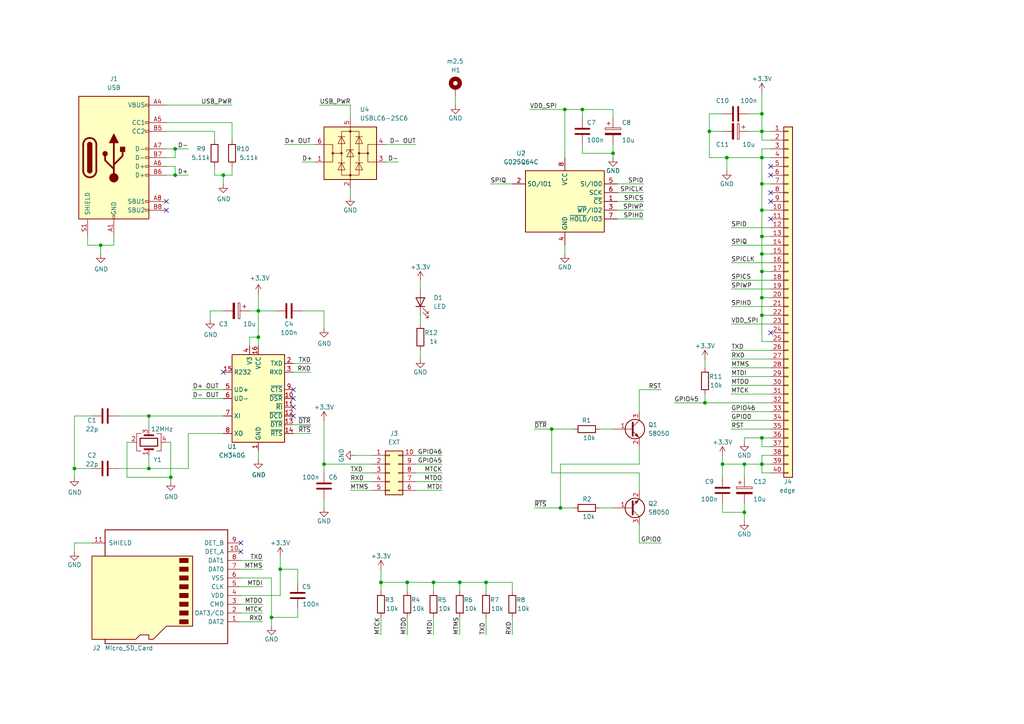
<source format=kicad_sch>
(kicad_sch (version 20211123) (generator eeschema)
  (paper "A4")
  (lib_symbols
    (symbol "Connector:Micro_SD_Card_Det" (pin_names (offset 1.016))
      (property "Reference" "J" (at -16.51 17.78 0))
      (property "Value" "Micro_SD_Card_Det" (at 16.51 17.78 0))
      (symbol "Micro_SD_Card_Det_1_1"
        (pin bidirectional line (at -22.86 10.16 0) (length 3.81) (name "DAT2") (number "1"))
        (pin passive line (at -22.86 -10.16 0) (length 3.81) (name "DET_A") (number "10"))
        (pin passive line (at 20.32 -12.7 180) (length 3.81) (name "SHIELD") (number "11"))
        (pin bidirectional line (at -22.86 7.62 0) (length 3.81) (name "DAT3/CD") (number "2"))
        (pin input line (at -22.86 5.08 0) (length 3.81) (name "CMD") (number "3"))
        (pin power_in line (at -22.86 2.54 0) (length 3.81) (name "VDD") (number "4"))
        (pin input line (at -22.86 0 0) (length 3.81) (name "CLK") (number "5"))
        (pin power_in line (at -22.86 -2.54 0) (length 3.81) (name "VSS") (number "6"))
        (pin bidirectional line (at -22.86 -5.08 0) (length 3.81) (name "DAT0") (number "7"))
        (pin bidirectional line (at -22.86 -7.62 0) (length 3.81) (name "DAT1") (number "8"))
        (pin passive line (at -22.86 -12.7 0) (length 3.81) (name "DET_B") (number "9"))
      )
    )
    (symbol "Connector:USB_C_Receptacle_USB2.0" (pin_names (offset 1.016))
      (property "Reference" "J" (at -10.16 19.05 0))
      (property "Value" "USB_C_Receptacle_USB2.0" (at 19.05 19.05 0))
      (symbol "USB_C_Receptacle_USB2.0_1_1"
        (pin passive line (at 0 -22.86 90) (length 5.08) (name "GND") (number "A1"))
        (pin passive line (at 0 -22.86 90) (length 5.08) hide (name "GND") (number "A12"))
        (pin passive line (at 15.24 15.24 180) (length 5.08) (name "VBUS") (number "A4"))
        (pin bidirectional line (at 15.24 10.16 180) (length 5.08) (name "CC1") (number "A5"))
        (pin bidirectional line (at 15.24 -2.54 180) (length 5.08) (name "D+") (number "A6"))
        (pin bidirectional line (at 15.24 2.54 180) (length 5.08) (name "D-") (number "A7"))
        (pin bidirectional line (at 15.24 -12.7 180) (length 5.08) (name "SBU1") (number "A8"))
        (pin passive line (at 15.24 15.24 180) (length 5.08) hide (name "VBUS") (number "A9"))
        (pin passive line (at 0 -22.86 90) (length 5.08) hide (name "GND") (number "B1"))
        (pin passive line (at 0 -22.86 90) (length 5.08) hide (name "GND") (number "B12"))
        (pin passive line (at 15.24 15.24 180) (length 5.08) hide (name "VBUS") (number "B4"))
        (pin bidirectional line (at 15.24 7.62 180) (length 5.08) (name "CC2") (number "B5"))
        (pin bidirectional line (at 15.24 -5.08 180) (length 5.08) (name "D+") (number "B6"))
        (pin bidirectional line (at 15.24 0 180) (length 5.08) (name "D-") (number "B7"))
        (pin bidirectional line (at 15.24 -15.24 180) (length 5.08) (name "SBU2") (number "B8"))
        (pin passive line (at 15.24 15.24 180) (length 5.08) hide (name "VBUS") (number "B9"))
        (pin passive line (at -7.62 -22.86 90) (length 5.08) (name "SHIELD") (number "S1"))
      )
    )
    (symbol "Connector_Generic:Conn_01x40" (pin_names (offset 1.016) hide)
      (property "Reference" "J" (at 0 50.8 0))
      (property "Value" "Conn_01x40" (at 0 -53.34 0))
      (symbol "Conn_01x40_1_1"
        (pin passive line (at -5.08 48.26 0) (length 3.81) (name "Pin_1") (number "1"))
        (pin passive line (at -5.08 25.4 0) (length 3.81) (name "Pin_10") (number "10"))
        (pin passive line (at -5.08 22.86 0) (length 3.81) (name "Pin_11") (number "11"))
        (pin passive line (at -5.08 20.32 0) (length 3.81) (name "Pin_12") (number "12"))
        (pin passive line (at -5.08 17.78 0) (length 3.81) (name "Pin_13") (number "13"))
        (pin passive line (at -5.08 15.24 0) (length 3.81) (name "Pin_14") (number "14"))
        (pin passive line (at -5.08 12.7 0) (length 3.81) (name "Pin_15") (number "15"))
        (pin passive line (at -5.08 10.16 0) (length 3.81) (name "Pin_16") (number "16"))
        (pin passive line (at -5.08 7.62 0) (length 3.81) (name "Pin_17") (number "17"))
        (pin passive line (at -5.08 5.08 0) (length 3.81) (name "Pin_18") (number "18"))
        (pin passive line (at -5.08 2.54 0) (length 3.81) (name "Pin_19") (number "19"))
        (pin passive line (at -5.08 45.72 0) (length 3.81) (name "Pin_2") (number "2"))
        (pin passive line (at -5.08 0 0) (length 3.81) (name "Pin_20") (number "20"))
        (pin passive line (at -5.08 -2.54 0) (length 3.81) (name "Pin_21") (number "21"))
        (pin passive line (at -5.08 -5.08 0) (length 3.81) (name "Pin_22") (number "22"))
        (pin passive line (at -5.08 -7.62 0) (length 3.81) (name "Pin_23") (number "23"))
        (pin passive line (at -5.08 -10.16 0) (length 3.81) (name "Pin_24") (number "24"))
        (pin passive line (at -5.08 -12.7 0) (length 3.81) (name "Pin_25") (number "25"))
        (pin passive line (at -5.08 -15.24 0) (length 3.81) (name "Pin_26") (number "26"))
        (pin passive line (at -5.08 -17.78 0) (length 3.81) (name "Pin_27") (number "27"))
        (pin passive line (at -5.08 -20.32 0) (length 3.81) (name "Pin_28") (number "28"))
        (pin passive line (at -5.08 -22.86 0) (length 3.81) (name "Pin_29") (number "29"))
        (pin passive line (at -5.08 43.18 0) (length 3.81) (name "Pin_3") (number "3"))
        (pin passive line (at -5.08 -25.4 0) (length 3.81) (name "Pin_30") (number "30"))
        (pin passive line (at -5.08 -27.94 0) (length 3.81) (name "Pin_31") (number "31"))
        (pin passive line (at -5.08 -30.48 0) (length 3.81) (name "Pin_32") (number "32"))
        (pin passive line (at -5.08 -33.02 0) (length 3.81) (name "Pin_33") (number "33"))
        (pin passive line (at -5.08 -35.56 0) (length 3.81) (name "Pin_34") (number "34"))
        (pin passive line (at -5.08 -38.1 0) (length 3.81) (name "Pin_35") (number "35"))
        (pin passive line (at -5.08 -40.64 0) (length 3.81) (name "Pin_36") (number "36"))
        (pin passive line (at -5.08 -43.18 0) (length 3.81) (name "Pin_37") (number "37"))
        (pin passive line (at -5.08 -45.72 0) (length 3.81) (name "Pin_38") (number "38"))
        (pin passive line (at -5.08 -48.26 0) (length 3.81) (name "Pin_39") (number "39"))
        (pin passive line (at -5.08 40.64 0) (length 3.81) (name "Pin_4") (number "4"))
        (pin passive line (at -5.08 -50.8 0) (length 3.81) (name "Pin_40") (number "40"))
        (pin passive line (at -5.08 38.1 0) (length 3.81) (name "Pin_5") (number "5"))
        (pin passive line (at -5.08 35.56 0) (length 3.81) (name "Pin_6") (number "6"))
        (pin passive line (at -5.08 33.02 0) (length 3.81) (name "Pin_7") (number "7"))
        (pin passive line (at -5.08 30.48 0) (length 3.81) (name "Pin_8") (number "8"))
        (pin passive line (at -5.08 27.94 0) (length 3.81) (name "Pin_9") (number "9"))
      )
    )
    (symbol "Connector_Generic:Conn_02x05_Counter_Clockwise" (pin_names (offset 1.016) hide)
      (property "Reference" "J" (at 1.27 7.62 0))
      (property "Value" "Conn_02x05_Counter_Clockwise" (at 1.27 -7.62 0))
      (symbol "Conn_02x05_Counter_Clockwise_1_1"
        (pin passive line (at -5.08 5.08 0) (length 3.81) (name "Pin_1") (number "1"))
        (pin passive line (at 7.62 5.08 180) (length 3.81) (name "Pin_10") (number "10"))
        (pin passive line (at -5.08 2.54 0) (length 3.81) (name "Pin_2") (number "2"))
        (pin passive line (at -5.08 0 0) (length 3.81) (name "Pin_3") (number "3"))
        (pin passive line (at -5.08 -2.54 0) (length 3.81) (name "Pin_4") (number "4"))
        (pin passive line (at -5.08 -5.08 0) (length 3.81) (name "Pin_5") (number "5"))
        (pin passive line (at 7.62 -5.08 180) (length 3.81) (name "Pin_6") (number "6"))
        (pin passive line (at 7.62 -2.54 180) (length 3.81) (name "Pin_7") (number "7"))
        (pin passive line (at 7.62 0 180) (length 3.81) (name "Pin_8") (number "8"))
        (pin passive line (at 7.62 2.54 180) (length 3.81) (name "Pin_9") (number "9"))
      )
    )
    (symbol "Device:C" (pin_numbers hide) (pin_names (offset 0.254))
      (property "Reference" "C" (at 0.635 2.54 0))
      (property "Value" "C" (at 0.635 -2.54 0))
      (symbol "C_1_1"
        (pin passive line (at 0 3.81 270) (length 2.794) (name "~") (number "1"))
        (pin passive line (at 0 -3.81 90) (length 2.794) (name "~") (number "2"))
      )
    )
    (symbol "Device:C_Polarized" (pin_numbers hide) (pin_names (offset 0.254))
      (property "Reference" "C" (at 0.635 2.54 0))
      (property "Value" "C_Polarized" (at 0.635 -2.54 0))
      (symbol "C_Polarized_1_1"
        (pin passive line (at 0 3.81 270) (length 2.794) (name "~") (number "1"))
        (pin passive line (at 0 -3.81 90) (length 2.794) (name "~") (number "2"))
      )
    )
    (symbol "Device:Crystal_GND24" (pin_names (offset 1.016) hide)
      (property "Reference" "Y" (at 3.175 5.08 0))
      (property "Value" "Crystal_GND24" (at 3.175 3.175 0))
      (symbol "Crystal_GND24_1_1"
        (pin passive line (at -3.81 0 0) (length 1.27) (name "1") (number "1"))
        (pin passive line (at 0 5.08 270) (length 1.27) (name "2") (number "2"))
        (pin passive line (at 3.81 0 180) (length 1.27) (name "3") (number "3"))
        (pin passive line (at 0 -5.08 90) (length 1.27) (name "4") (number "4"))
      )
    )
    (symbol "Device:LED" (pin_numbers hide) (pin_names (offset 1.016) hide)
      (property "Reference" "D" (at 0 2.54 0))
      (property "Value" "LED" (at 0 -2.54 0))
      (symbol "LED_1_1"
        (pin passive line (at -3.81 0 0) (length 2.54) (name "K") (number "1"))
        (pin passive line (at 3.81 0 180) (length 2.54) (name "A") (number "2"))
      )
    )
    (symbol "Device:Q_NPN_BEC" (pin_names (offset 0) hide)
      (property "Reference" "Q" (at 5.08 1.27 0))
      (property "Value" "Q_NPN_BEC" (at 5.08 -1.27 0))
      (symbol "Q_NPN_BEC_1_1"
        (pin input line (at -5.08 0 0) (length 5.715) (name "B") (number "1"))
        (pin passive line (at 2.54 -5.08 90) (length 2.54) (name "E") (number "2"))
        (pin passive line (at 2.54 5.08 270) (length 2.54) (name "C") (number "3"))
      )
    )
    (symbol "Device:R" (pin_numbers hide) (pin_names (offset 0))
      (property "Reference" "R" (at 2.032 0 90))
      (property "Value" "R" (at 0 0 90))
      (symbol "R_1_1"
        (pin passive line (at 0 3.81 270) (length 1.27) (name "~") (number "1"))
        (pin passive line (at 0 -3.81 90) (length 1.27) (name "~") (number "2"))
      )
    )
    (symbol "Interface_USB:CH340G"
      (property "Reference" "U" (at -5.08 13.97 0))
      (property "Value" "CH340G" (at 1.27 13.97 0))
      (symbol "CH340G_1_1"
        (pin power_in line (at 0 -15.24 90) (length 2.54) (name "GND") (number "1"))
        (pin input line (at 10.16 0 180) (length 2.54) (name "~{DSR}") (number "10"))
        (pin input line (at 10.16 -2.54 180) (length 2.54) (name "~{RI}") (number "11"))
        (pin input line (at 10.16 -5.08 180) (length 2.54) (name "~{DCD}") (number "12"))
        (pin output line (at 10.16 -7.62 180) (length 2.54) (name "~{DTR}") (number "13"))
        (pin output line (at 10.16 -10.16 180) (length 2.54) (name "~{RTS}") (number "14"))
        (pin input line (at -10.16 7.62 0) (length 2.54) (name "R232") (number "15"))
        (pin power_in line (at 0 15.24 270) (length 2.54) (name "VCC") (number "16"))
        (pin output line (at 10.16 10.16 180) (length 2.54) (name "TXD") (number "2"))
        (pin input line (at 10.16 7.62 180) (length 2.54) (name "RXD") (number "3"))
        (pin passive line (at -2.54 15.24 270) (length 2.54) (name "V3") (number "4"))
        (pin bidirectional line (at -10.16 2.54 0) (length 2.54) (name "UD+") (number "5"))
        (pin bidirectional line (at -10.16 0 0) (length 2.54) (name "UD-") (number "6"))
        (pin input line (at -10.16 -5.08 0) (length 2.54) (name "XI") (number "7"))
        (pin output line (at -10.16 -10.16 0) (length 2.54) (name "XO") (number "8"))
        (pin input line (at 10.16 2.54 180) (length 2.54) (name "~{CTS}") (number "9"))
      )
    )
    (symbol "Mechanical:MountingHole_Pad" (pin_numbers hide) (pin_names (offset 1.016) hide)
      (property "Reference" "H" (at 0 6.35 0))
      (property "Value" "MountingHole_Pad" (at 0 4.445 0))
      (symbol "MountingHole_Pad_1_1"
        (pin input line (at 0 -2.54 90) (length 2.54) (name "1") (number "1"))
      )
    )
    (symbol "Memory_Flash:AT25SF081-SSHF-X"
      (property "Reference" "U" (at 2.54 12.7 0))
      (property "Value" "AT25SF081-SSHF-X" (at 10.16 10.16 0))
      (symbol "AT25SF081-SSHF-X_1_1"
        (pin input line (at -15.24 0 0) (length 3.81) (name "~{CS}") (number "1"))
        (pin bidirectional line (at 15.24 5.08 180) (length 3.81) (name "SO/IO1") (number "2"))
        (pin bidirectional line (at -15.24 -2.54 0) (length 3.81) (name "~{WP}/IO2") (number "3"))
        (pin power_in line (at 0 -12.7 90) (length 3.81) (name "GND") (number "4"))
        (pin bidirectional line (at -15.24 5.08 0) (length 3.81) (name "SI/IO0") (number "5"))
        (pin input line (at -15.24 2.54 0) (length 3.81) (name "SCK") (number "6"))
        (pin bidirectional line (at -15.24 -5.08 0) (length 3.81) (name "~{HOLD}/IO3") (number "7"))
        (pin power_in line (at 0 12.7 270) (length 3.81) (name "VCC") (number "8"))
      )
    )
    (symbol "Power_Protection:USBLC6-2SC6" (pin_names hide)
      (property "Reference" "U" (at 2.54 8.89 0))
      (property "Value" "USBLC6-2SC6" (at 2.54 -8.89 0))
      (symbol "USBLC6-2SC6_1_1"
        (pin passive line (at -10.16 -2.54 0) (length 2.54) (name "I/O1") (number "1"))
        (pin passive line (at 0 -10.16 90) (length 2.54) (name "GND") (number "2"))
        (pin passive line (at 10.16 -2.54 180) (length 2.54) (name "I/O2") (number "3"))
        (pin passive line (at 10.16 2.54 180) (length 2.54) (name "I/O2") (number "4"))
        (pin passive line (at 0 10.16 270) (length 2.54) (name "VBUS") (number "5"))
        (pin passive line (at -10.16 2.54 0) (length 2.54) (name "I/O1") (number "6"))
      )
    )
    (symbol "power:+3.3V" (power) (pin_names (offset 0))
      (property "Value" "+3.3V" (at 0 3.556 0))
      (symbol "+3.3V_1_1"
        (pin power_in line (at 0 0 90) (length 0) hide (name "+3.3V") (number "1"))
      )
    )
    (symbol "power:GND" (power) (pin_names (offset 0))
      (property "Value" "GND" (at 0 -3.81 0))
      (symbol "GND_1_1"
        (pin power_in line (at 0 0 270) (length 0) hide (name "GND") (number "1"))
      )
    )
  )
  (junction (at 50.8 43.18))
  (junction (at 50.8 50.8))
  (junction (at 140.97 168.91))
  (junction (at 74.93 97.79))
  (junction (at 163.83 31.75))
  (junction (at 220.98 38.1))
  (junction (at 49.53 138.43))
  (junction (at 43.18 135.89))
  (junction (at 220.98 53.34))
  (junction (at 205.74 38.1))
  (junction (at 220.98 86.36))
  (junction (at 210.82 45.72))
  (junction (at 21.59 135.89))
  (junction (at 162.56 147.32))
  (junction (at 168.91 31.75))
  (junction (at 220.98 45.72))
  (junction (at 220.98 68.58))
  (junction (at 204.47 116.84))
  (junction (at 220.98 60.96))
  (junction (at 64.77 50.8))
  (junction (at 220.98 73.66))
  (junction (at 220.98 33.02))
  (junction (at 93.98 134.62))
  (junction (at 125.73 168.91))
  (junction (at 74.93 90.17))
  (junction (at 220.98 78.74))
  (junction (at 160.02 124.46))
  (junction (at 215.9 134.62))
  (junction (at 110.49 168.91))
  (junction (at 220.98 134.62))
  (junction (at 220.98 127))
  (junction (at 215.9 148.59))
  (junction (at 118.11 168.91))
  (junction (at 78.74 179.07))
  (junction (at 177.8 44.45))
  (junction (at 220.98 91.44))
  (junction (at 209.55 134.62))
  (junction (at 81.28 165.1))
  (junction (at 133.35 168.91))
  (junction (at 29.21 71.12))
  (junction (at 43.18 120.65))
  (no_connect (at 48.26 58.42))
  (no_connect (at 48.26 60.96))
  (no_connect (at 223.52 96.52))
  (no_connect (at 223.52 58.42))
  (no_connect (at 223.52 55.88))
  (no_connect (at 85.09 120.65))
  (no_connect (at 85.09 118.11))
  (no_connect (at 85.09 115.57))
  (no_connect (at 223.52 48.26))
  (no_connect (at 223.52 50.8))
  (no_connect (at 64.77 107.95))
  (no_connect (at 69.85 160.02))
  (no_connect (at 69.85 157.48))
  (no_connect (at 223.52 63.5))
  (no_connect (at 85.09 113.03))
  (wire (pts (xy 74.93 130.81) (xy 74.93 133.35)))
  (wire (pts (xy 21.59 120.65) (xy 21.59 135.89)))
  (wire (pts (xy 185.42 152.4) (xy 185.42 157.48)))
  (wire (pts (xy 209.55 138.43) (xy 209.55 134.62)))
  (wire (pts (xy 215.9 127) (xy 215.9 128.27)))
  (wire (pts (xy 220.98 60.96) (xy 220.98 68.58)))
  (wire (pts (xy 125.73 168.91) (xy 125.73 171.45)))
  (wire (pts (xy 185.42 119.38) (xy 185.42 113.03)))
  (wire (pts (xy 220.98 129.54) (xy 223.52 129.54)))
  (wire (pts (xy 204.47 114.3) (xy 204.47 116.84)))
  (wire (pts (xy 215.9 127) (xy 220.98 127)))
  (wire (pts (xy 29.21 71.12) (xy 29.21 73.66)))
  (wire (pts (xy 25.4 71.12) (xy 29.21 71.12)))
  (wire (pts (xy 223.52 40.64) (xy 220.98 40.64)))
  (wire (pts (xy 133.35 168.91) (xy 133.35 171.45)))
  (wire (pts (xy 185.42 137.16) (xy 185.42 142.24)))
  (wire (pts (xy 140.97 168.91) (xy 148.59 168.91)))
  (wire (pts (xy 69.85 172.72) (xy 81.28 172.72)))
  (wire (pts (xy 223.52 132.08) (xy 220.98 132.08)))
  (wire (pts (xy 67.31 40.64) (xy 67.31 35.56)))
  (wire (pts (xy 173.99 124.46) (xy 177.8 124.46)))
  (wire (pts (xy 220.98 40.64) (xy 220.98 38.1)))
  (wire (pts (xy 195.58 116.84) (xy 204.47 116.84)))
  (wire (pts (xy 220.98 38.1) (xy 220.98 33.02)))
  (wire (pts (xy 55.88 115.57) (xy 64.77 115.57)))
  (wire (pts (xy 93.98 134.62) (xy 93.98 121.92)))
  (wire (pts (xy 93.98 134.62) (xy 107.95 134.62)))
  (wire (pts (xy 69.85 177.8) (xy 76.2 177.8)))
  (wire (pts (xy 48.26 128.27) (xy 49.53 128.27)))
  (wire (pts (xy 121.92 91.44) (xy 121.92 93.98)))
  (wire (pts (xy 220.98 43.18) (xy 220.98 45.72)))
  (wire (pts (xy 205.74 38.1) (xy 205.74 45.72)))
  (wire (pts (xy 90.17 107.95) (xy 85.09 107.95)))
  (wire (pts (xy 212.09 121.92) (xy 223.52 121.92)))
  (wire (pts (xy 87.63 46.99) (xy 91.44 46.99)))
  (wire (pts (xy 179.07 55.88) (xy 186.69 55.88)))
  (wire (pts (xy 86.36 168.91) (xy 86.36 165.1)))
  (wire (pts (xy 220.98 45.72) (xy 223.52 45.72)))
  (wire (pts (xy 191.77 157.48) (xy 185.42 157.48)))
  (wire (pts (xy 223.52 43.18) (xy 220.98 43.18)))
  (wire (pts (xy 81.28 165.1) (xy 81.28 172.72)))
  (wire (pts (xy 215.9 146.05) (xy 215.9 148.59)))
  (wire (pts (xy 179.07 60.96) (xy 186.69 60.96)))
  (wire (pts (xy 64.77 50.8) (xy 67.31 50.8)))
  (wire (pts (xy 93.98 95.25) (xy 93.98 90.17)))
  (wire (pts (xy 177.8 31.75) (xy 177.8 34.29)))
  (wire (pts (xy 209.55 148.59) (xy 209.55 146.05)))
  (wire (pts (xy 223.52 99.06) (xy 220.98 99.06)))
  (wire (pts (xy 179.07 53.34) (xy 186.69 53.34)))
  (wire (pts (xy 132.08 27.94) (xy 132.08 30.48)))
  (wire (pts (xy 163.83 71.12) (xy 163.83 73.66)))
  (wire (pts (xy 212.09 114.3) (xy 223.52 114.3)))
  (wire (pts (xy 209.55 132.08) (xy 209.55 134.62)))
  (wire (pts (xy 69.85 170.18) (xy 76.2 170.18)))
  (wire (pts (xy 209.55 33.02) (xy 205.74 33.02)))
  (wire (pts (xy 185.42 113.03) (xy 191.77 113.03)))
  (wire (pts (xy 101.6 139.7) (xy 107.95 139.7)))
  (wire (pts (xy 125.73 179.07) (xy 125.73 184.15)))
  (wire (pts (xy 26.67 120.65) (xy 21.59 120.65)))
  (wire (pts (xy 120.65 137.16) (xy 128.27 137.16)))
  (wire (pts (xy 223.52 60.96) (xy 220.98 60.96)))
  (wire (pts (xy 72.39 100.33) (xy 72.39 97.79)))
  (wire (pts (xy 209.55 148.59) (xy 215.9 148.59)))
  (wire (pts (xy 160.02 124.46) (xy 160.02 137.16)))
  (wire (pts (xy 86.36 176.53) (xy 86.36 179.07)))
  (wire (pts (xy 72.39 90.17) (xy 74.93 90.17)))
  (wire (pts (xy 220.98 91.44) (xy 220.98 86.36)))
  (wire (pts (xy 142.24 53.34) (xy 148.59 53.34)))
  (wire (pts (xy 210.82 45.72) (xy 210.82 49.53)))
  (wire (pts (xy 212.09 93.98) (xy 223.52 93.98)))
  (wire (pts (xy 54.61 135.89) (xy 43.18 135.89)))
  (wire (pts (xy 212.09 106.68) (xy 223.52 106.68)))
  (wire (pts (xy 69.85 167.64) (xy 78.74 167.64)))
  (wire (pts (xy 25.4 68.58) (xy 25.4 71.12)))
  (wire (pts (xy 212.09 66.04) (xy 223.52 66.04)))
  (wire (pts (xy 62.23 50.8) (xy 64.77 50.8)))
  (wire (pts (xy 101.6 54.61) (xy 101.6 57.15)))
  (wire (pts (xy 220.98 78.74) (xy 220.98 73.66)))
  (wire (pts (xy 101.6 137.16) (xy 107.95 137.16)))
  (wire (pts (xy 220.98 127) (xy 223.52 127)))
  (wire (pts (xy 220.98 73.66) (xy 220.98 68.58)))
  (wire (pts (xy 86.36 165.1) (xy 81.28 165.1)))
  (wire (pts (xy 163.83 45.72) (xy 163.83 31.75)))
  (wire (pts (xy 133.35 168.91) (xy 140.97 168.91)))
  (wire (pts (xy 215.9 148.59) (xy 215.9 151.13)))
  (wire (pts (xy 162.56 147.32) (xy 166.37 147.32)))
  (wire (pts (xy 168.91 44.45) (xy 177.8 44.45)))
  (wire (pts (xy 205.74 45.72) (xy 210.82 45.72)))
  (wire (pts (xy 185.42 129.54) (xy 185.42 134.62)))
  (wire (pts (xy 140.97 168.91) (xy 140.97 171.45)))
  (wire (pts (xy 48.26 43.18) (xy 50.8 43.18)))
  (wire (pts (xy 204.47 116.84) (xy 223.52 116.84)))
  (wire (pts (xy 212.09 76.2) (xy 223.52 76.2)))
  (wire (pts (xy 168.91 31.75) (xy 177.8 31.75)))
  (wire (pts (xy 217.17 38.1) (xy 220.98 38.1)))
  (wire (pts (xy 87.63 90.17) (xy 93.98 90.17)))
  (wire (pts (xy 220.98 45.72) (xy 220.98 53.34)))
  (wire (pts (xy 168.91 41.91) (xy 168.91 44.45)))
  (wire (pts (xy 36.83 138.43) (xy 49.53 138.43)))
  (wire (pts (xy 48.26 50.8) (xy 50.8 50.8)))
  (wire (pts (xy 179.07 58.42) (xy 186.69 58.42)))
  (wire (pts (xy 93.98 144.78) (xy 93.98 147.32)))
  (wire (pts (xy 111.76 41.91) (xy 120.65 41.91)))
  (wire (pts (xy 69.85 180.34) (xy 76.2 180.34)))
  (wire (pts (xy 212.09 109.22) (xy 223.52 109.22)))
  (wire (pts (xy 50.8 43.18) (xy 54.61 43.18)))
  (wire (pts (xy 36.83 128.27) (xy 36.83 138.43)))
  (wire (pts (xy 110.49 165.1) (xy 110.49 168.91)))
  (wire (pts (xy 173.99 147.32) (xy 177.8 147.32)))
  (wire (pts (xy 128.27 132.08) (xy 120.65 132.08)))
  (wire (pts (xy 55.88 113.03) (xy 64.77 113.03)))
  (wire (pts (xy 64.77 90.17) (xy 60.96 90.17)))
  (wire (pts (xy 205.74 33.02) (xy 205.74 38.1)))
  (wire (pts (xy 34.29 120.65) (xy 43.18 120.65)))
  (wire (pts (xy 220.98 33.02) (xy 220.98 26.67)))
  (wire (pts (xy 223.52 111.76) (xy 212.09 111.76)))
  (wire (pts (xy 217.17 33.02) (xy 220.98 33.02)))
  (wire (pts (xy 50.8 45.72) (xy 50.8 43.18)))
  (wire (pts (xy 34.29 135.89) (xy 43.18 135.89)))
  (wire (pts (xy 220.98 129.54) (xy 220.98 127)))
  (wire (pts (xy 120.65 142.24) (xy 128.27 142.24)))
  (wire (pts (xy 110.49 171.45) (xy 110.49 168.91)))
  (wire (pts (xy 69.85 162.56) (xy 76.2 162.56)))
  (wire (pts (xy 212.09 81.28) (xy 223.52 81.28)))
  (wire (pts (xy 177.8 44.45) (xy 177.8 45.72)))
  (wire (pts (xy 21.59 157.48) (xy 26.67 157.48)))
  (wire (pts (xy 209.55 38.1) (xy 205.74 38.1)))
  (wire (pts (xy 72.39 97.79) (xy 74.93 97.79)))
  (wire (pts (xy 121.92 101.6) (xy 121.92 104.14)))
  (wire (pts (xy 220.98 91.44) (xy 220.98 99.06)))
  (wire (pts (xy 85.09 123.19) (xy 90.17 123.19)))
  (wire (pts (xy 212.09 88.9) (xy 223.52 88.9)))
  (wire (pts (xy 154.94 124.46) (xy 160.02 124.46)))
  (wire (pts (xy 220.98 60.96) (xy 220.98 53.34)))
  (wire (pts (xy 50.8 50.8) (xy 50.8 48.26)))
  (wire (pts (xy 177.8 44.45) (xy 177.8 41.91)))
  (wire (pts (xy 223.52 53.34) (xy 220.98 53.34)))
  (wire (pts (xy 48.26 48.26) (xy 50.8 48.26)))
  (wire (pts (xy 78.74 167.64) (xy 78.74 179.07)))
  (wire (pts (xy 67.31 50.8) (xy 67.31 48.26)))
  (wire (pts (xy 215.9 134.62) (xy 215.9 138.43)))
  (wire (pts (xy 212.09 71.12) (xy 223.52 71.12)))
  (wire (pts (xy 204.47 104.14) (xy 204.47 106.68)))
  (wire (pts (xy 80.01 90.17) (xy 74.93 90.17)))
  (wire (pts (xy 220.98 68.58) (xy 223.52 68.58)))
  (wire (pts (xy 223.52 78.74) (xy 220.98 78.74)))
  (wire (pts (xy 168.91 31.75) (xy 168.91 34.29)))
  (wire (pts (xy 43.18 132.08) (xy 43.18 135.89)))
  (wire (pts (xy 92.71 30.48) (xy 101.6 30.48)))
  (wire (pts (xy 60.96 90.17) (xy 60.96 92.71)))
  (wire (pts (xy 153.67 31.75) (xy 163.83 31.75)))
  (wire (pts (xy 212.09 119.38) (xy 223.52 119.38)))
  (wire (pts (xy 74.93 90.17) (xy 74.93 97.79)))
  (wire (pts (xy 210.82 45.72) (xy 220.98 45.72)))
  (wire (pts (xy 74.93 97.79) (xy 74.93 100.33)))
  (wire (pts (xy 179.07 63.5) (xy 186.69 63.5)))
  (wire (pts (xy 220.98 132.08) (xy 220.98 134.62)))
  (wire (pts (xy 110.49 179.07) (xy 110.49 184.15)))
  (wire (pts (xy 21.59 135.89) (xy 21.59 138.43)))
  (wire (pts (xy 162.56 134.62) (xy 162.56 147.32)))
  (wire (pts (xy 220.98 134.62) (xy 223.52 134.62)))
  (wire (pts (xy 48.26 30.48) (xy 67.31 30.48)))
  (wire (pts (xy 212.09 124.46) (xy 223.52 124.46)))
  (wire (pts (xy 74.93 85.09) (xy 74.93 90.17)))
  (wire (pts (xy 154.94 147.32) (xy 162.56 147.32)))
  (wire (pts (xy 93.98 134.62) (xy 93.98 137.16)))
  (wire (pts (xy 140.97 179.07) (xy 140.97 184.15)))
  (wire (pts (xy 223.52 86.36) (xy 220.98 86.36)))
  (wire (pts (xy 64.77 125.73) (xy 54.61 125.73)))
  (wire (pts (xy 43.18 120.65) (xy 64.77 120.65)))
  (wire (pts (xy 69.85 175.26) (xy 76.2 175.26)))
  (wire (pts (xy 223.52 73.66) (xy 220.98 73.66)))
  (wire (pts (xy 29.21 71.12) (xy 33.02 71.12)))
  (wire (pts (xy 38.1 128.27) (xy 36.83 128.27)))
  (wire (pts (xy 220.98 86.36) (xy 220.98 78.74)))
  (wire (pts (xy 78.74 179.07) (xy 78.74 181.61)))
  (wire (pts (xy 21.59 160.02) (xy 21.59 157.48)))
  (wire (pts (xy 209.55 134.62) (xy 215.9 134.62)))
  (wire (pts (xy 118.11 168.91) (xy 125.73 168.91)))
  (wire (pts (xy 166.37 124.46) (xy 160.02 124.46)))
  (wire (pts (xy 85.09 105.41) (xy 90.17 105.41)))
  (wire (pts (xy 102.87 132.08) (xy 107.95 132.08)))
  (wire (pts (xy 111.76 46.99) (xy 115.57 46.99)))
  (wire (pts (xy 121.92 81.28) (xy 121.92 83.82)))
  (wire (pts (xy 50.8 50.8) (xy 54.61 50.8)))
  (wire (pts (xy 85.09 125.73) (xy 90.17 125.73)))
  (wire (pts (xy 26.67 135.89) (xy 21.59 135.89)))
  (wire (pts (xy 148.59 168.91) (xy 148.59 171.45)))
  (wire (pts (xy 33.02 71.12) (xy 33.02 68.58)))
  (wire (pts (xy 133.35 179.07) (xy 133.35 184.15)))
  (wire (pts (xy 101.6 142.24) (xy 107.95 142.24)))
  (wire (pts (xy 212.09 83.82) (xy 223.52 83.82)))
  (wire (pts (xy 215.9 134.62) (xy 220.98 134.62)))
  (wire (pts (xy 185.42 134.62) (xy 162.56 134.62)))
  (wire (pts (xy 67.31 35.56) (xy 48.26 35.56)))
  (wire (pts (xy 49.53 138.43) (xy 49.53 139.7)))
  (wire (pts (xy 120.65 134.62) (xy 128.27 134.62)))
  (wire (pts (xy 212.09 101.6) (xy 223.52 101.6)))
  (wire (pts (xy 125.73 168.91) (xy 133.35 168.91)))
  (wire (pts (xy 160.02 137.16) (xy 185.42 137.16)))
  (wire (pts (xy 69.85 165.1) (xy 76.2 165.1)))
  (wire (pts (xy 49.53 128.27) (xy 49.53 138.43)))
  (wire (pts (xy 54.61 125.73) (xy 54.61 135.89)))
  (wire (pts (xy 120.65 139.7) (xy 128.27 139.7)))
  (wire (pts (xy 118.11 168.91) (xy 118.11 171.45)))
  (wire (pts (xy 220.98 137.16) (xy 223.52 137.16)))
  (wire (pts (xy 43.18 124.46) (xy 43.18 120.65)))
  (wire (pts (xy 220.98 91.44) (xy 223.52 91.44)))
  (wire (pts (xy 220.98 134.62) (xy 220.98 137.16)))
  (wire (pts (xy 86.36 179.07) (xy 78.74 179.07)))
  (wire (pts (xy 64.77 50.8) (xy 64.77 53.34)))
  (wire (pts (xy 48.26 45.72) (xy 50.8 45.72)))
  (wire (pts (xy 163.83 31.75) (xy 168.91 31.75)))
  (wire (pts (xy 148.59 179.07) (xy 148.59 184.15)))
  (wire (pts (xy 82.55 41.91) (xy 91.44 41.91)))
  (wire (pts (xy 62.23 48.26) (xy 62.23 50.8)))
  (wire (pts (xy 110.49 168.91) (xy 118.11 168.91)))
  (wire (pts (xy 101.6 30.48) (xy 101.6 34.29)))
  (wire (pts (xy 48.26 38.1) (xy 62.23 38.1)))
  (wire (pts (xy 81.28 161.29) (xy 81.28 165.1)))
  (wire (pts (xy 118.11 179.07) (xy 118.11 184.15)))
  (wire (pts (xy 212.09 104.14) (xy 223.52 104.14)))
  (wire (pts (xy 223.52 38.1) (xy 220.98 38.1)))
  (wire (pts (xy 62.23 38.1) (xy 62.23 40.64)))
  (label "SPIQ" (at 142.24 53.34 0))
  (label "MTMS" (at 212.09 106.68 0))
  (label "GPIO46" (at 128.27 132.08 180))
  (label "~{RTS}" (at 90.17 125.73 180))
  (label "SPIHD" (at 186.69 63.5 180))
  (label "D-" (at 54.61 43.18 180))
  (label "MTCK" (at 212.09 114.3 0))
  (label "GPIO45" (at 128.27 134.62 180))
  (label "GPIO46" (at 212.09 119.38 0))
  (label "D+" (at 54.61 50.8 180))
  (label "MTDI" (at 128.27 142.24 180))
  (label "MTCK" (at 76.2 177.8 180))
  (label "SPIWP" (at 186.69 60.96 180))
  (label "RXD" (at 212.09 104.14 0))
  (label "RXD" (at 90.17 107.95 180))
  (label "GPIO0" (at 191.77 157.48 180))
  (label "USB_PWR" (at 67.31 30.48 180))
  (label "MTMS" (at 76.2 165.1 180))
  (label "~{DTR}" (at 90.17 123.19 180))
  (label "TXD" (at 76.2 162.56 180))
  (label "D+ OUT" (at 55.88 113.03 0))
  (label "D-" (at 115.57 46.99 180))
  (label "MTDO" (at 128.27 139.7 180))
  (label "TXD" (at 90.17 105.41 180))
  (label "MTDO" (at 76.2 175.26 180))
  (label "D- OUT" (at 120.65 41.91 180))
  (label "RST" (at 191.77 113.03 180))
  (label "SPICLK" (at 212.09 76.2 0))
  (label "MTDI" (at 212.09 109.22 0))
  (label "SPIWP" (at 212.09 83.82 0))
  (label "SPICS" (at 186.69 58.42 180))
  (label "MTMS" (at 101.6 142.24 0))
  (label "VDD_SPI" (at 212.09 93.98 0))
  (label "SPID" (at 212.09 66.04 0))
  (label "MTDO" (at 212.09 111.76 0))
  (label "~{RTS}" (at 154.94 147.32 0))
  (label "MTMS" (at 133.35 184.15 90))
  (label "D- OUT" (at 55.88 115.57 0))
  (label "SPID" (at 186.69 53.34 180))
  (label "RXD" (at 148.59 184.15 90))
  (label "SPIHD" (at 212.09 88.9 0))
  (label "MTCK" (at 128.27 137.16 180))
  (label "RXD" (at 76.2 180.34 180))
  (label "SPICS" (at 212.09 81.28 0))
  (label "MTDO" (at 118.11 184.15 90))
  (label "TXD" (at 101.6 137.16 0))
  (label "SPIQ" (at 212.09 71.12 0))
  (label "GPIO0" (at 212.09 121.92 0))
  (label "D+ OUT" (at 82.55 41.91 0))
  (label "VDD_SPI" (at 153.67 31.75 0))
  (label "GPIO45" (at 195.58 116.84 0))
  (label "MTDI" (at 76.2 170.18 180))
  (label "RXD" (at 101.6 139.7 0))
  (label "TXD" (at 212.09 101.6 0))
  (label "MTDI" (at 125.73 184.15 90))
  (label "SPICLK" (at 186.69 55.88 180))
  (label "TXD" (at 140.97 184.15 90))
  (label "~{DTR}" (at 154.94 124.46 0))
  (label "D+" (at 87.63 46.99 0))
  (label "RST" (at 212.09 124.46 0))
  (label "USB_PWR" (at 92.71 30.48 0))
  (label "MTCK" (at 110.49 184.15 90))
  (symbol (lib_id "power:GND") (at 163.83 73.66 0) (unit 1)
    (property "Reference" "#PWR013" (effects hide))
    (property "Value" "GND" (at 163.83 77.47 0))
  )
  (symbol (lib_id "Device:R") (at 125.73 175.26 180) (unit 1)
    (property "Reference" "R5" (at 129.54 173.99 0) (effects (justify left)))
    (property "Value" "10k" (at 130.81 176.53 0) (effects (justify left)))
    (property "Footprint" "Resistor_SMD:R_0603_1608Metric_Pad0.98x0.95mm_HandSolder" (effects hide))
  )
  (symbol (lib_id "power:+3.3V") (at 110.49 165.1 0) (unit 1)
    (property "Reference" "#PWR010" (effects hide))
    (property "Value" "+3.3V" (at 110.49 161.29 0))
  )
  (symbol (lib_id "Mechanical:MountingHole_Pad") (at 132.08 25.4 0) (unit 1)
    (property "Reference" "H1" (at 130.81 20.32 0) (effects (justify left)))
    (property "Value" "m2.5" (at 129.54 17.78 0) (effects (justify left)))
    (property "Footprint" "MountingHole:MountingHole_2.7mm_M2.5_Pad" (effects hide))
  )
  (symbol (lib_id "Device:R") (at 170.18 124.46 90) (unit 1)
    (property "Reference" "R1" (at 171.45 121.92 90) (effects (justify left)))
    (property "Value" "10k" (at 172.72 127 90) (effects (justify left)))
    (property "Footprint" "Resistor_SMD:R_0603_1608Metric_Pad0.98x0.95mm_HandSolder" (effects hide))
  )
  (symbol (lib_id "power:GND") (at 49.53 139.7 0) (unit 1)
    (property "Reference" "#PWR0102" (effects hide))
    (property "Value" "GND" (at 49.657 144.0942 0))
  )
  (symbol (lib_id "Connector:USB_C_Receptacle_USB2.0") (at 33.02 45.72 0) (unit 1)
    (property "Reference" "J1" (at 33.02 22.86 0))
    (property "Value" "USB" (at 33.02 25.4 0))
    (property "Footprint" "Connector_USB:USB_C_Receptacle_Palconn_UTC16-G" (effects hide))
    (property "Datasheet" "https://www.usb.org/sites/default/files/documents/usb_type-c.zip" (effects hide))
  )
  (symbol (lib_id "Device:Q_NPN_BEC") (at 182.88 124.46 0) (unit 1)
    (property "Reference" "Q1" (at 187.96 123.1899 0) (effects (justify left)))
    (property "Value" "S8050" (at 187.96 125.7299 0) (effects (justify left)))
    (property "Footprint" "Package_TO_SOT_SMD:SOT-23" (effects hide))
  )
  (symbol (lib_id "power:+3.3V") (at 204.47 104.14 0) (unit 1)
    (property "Reference" "#PWR011" (effects hide))
    (property "Value" "+3.3V" (at 204.47 100.33 0))
  )
  (symbol (lib_id "power:GND") (at 210.82 49.53 0) (unit 1)
    (property "Reference" "#PWR017" (effects hide))
    (property "Value" "GND" (at 210.82 53.34 0))
  )
  (symbol (lib_id "Device:C") (at 209.55 142.24 180) (unit 1)
    (property "Reference" "C9" (at 205.74 139.7 0))
    (property "Value" "100n" (at 205.74 144.78 0))
    (property "Footprint" "Capacitor_SMD:C_0603_1608Metric_Pad1.08x0.95mm_HandSolder" (effects hide))
  )
  (symbol (lib_id "Interface_USB:CH340G") (at 74.93 115.57 0) (unit 1)
    (property "Reference" "U1" (at 67.31 129.54 0))
    (property "Value" "CH340G" (at 67.31 132.08 0))
    (property "Footprint" "Package_SO:SOIC-16_3.9x9.9mm_P1.27mm" (effects hide))
    (property "Datasheet" "http://www.datasheet5.com/pdf-local-2195953" (effects hide))
  )
  (symbol (lib_id "Device:C_Polarized") (at 68.58 90.17 270) (unit 1)
    (property "Reference" "C3" (at 64.77 93.98 90))
    (property "Value" "10u" (at 72.39 93.98 90))
    (property "Footprint" "Capacitor_Tantalum_SMD:CP_EIA-3216-18_Kemet-A_Pad1.58x1.35mm_HandSolder" (effects hide))
  )
  (symbol (lib_id "Device:R") (at 170.18 147.32 270) (unit 1)
    (property "Reference" "R2" (at 168.91 144.78 90) (effects (justify left)))
    (property "Value" "10k" (at 168.91 149.86 90) (effects (justify left)))
    (property "Footprint" "Resistor_SMD:R_0603_1608Metric_Pad0.98x0.95mm_HandSolder" (effects hide))
  )
  (symbol (lib_id "Device:C") (at 30.48 120.65 270) (unit 1)
    (property "Reference" "C1" (at 26.67 121.92 90))
    (property "Value" "22p" (at 26.67 124.46 90))
    (property "Footprint" "Capacitor_SMD:C_0603_1608Metric_Pad1.08x0.95mm_HandSolder" (effects hide))
  )
  (symbol (lib_id "power:+3.3V") (at 81.28 161.29 0) (unit 1)
    (property "Reference" "#PWR08" (effects hide))
    (property "Value" "+3.3V" (at 81.28 157.48 0))
  )
  (symbol (lib_id "power:GND") (at 78.74 181.61 0) (unit 1)
    (property "Reference" "#PWR07" (effects hide))
    (property "Value" "GND" (at 78.74 185.42 0))
  )
  (symbol (lib_id "Device:C_Polarized") (at 213.36 38.1 270) (unit 1)
    (property "Reference" "C11" (at 209.55 41.91 90))
    (property "Value" "10u" (at 217.17 41.91 90))
    (property "Footprint" "Capacitor_Tantalum_SMD:CP_EIA-3216-18_Kemet-A_Pad1.58x1.35mm_HandSolder" (effects hide))
  )
  (symbol (lib_id "Connector:Micro_SD_Card_Det") (at 46.99 170.18 180) (unit 1)
    (property "Reference" "J2" (at 29.21 187.96 0) (effects (justify left)))
    (property "Value" "Micro_SD_Card" (at 44.45 187.96 0) (effects (justify left)))
    (property "Footprint" "Connector_Card:microSD_HC_Hirose_DM3D-SF" (effects hide))
    (property "Datasheet" "https://www.hirose.com/product/en/download_file/key_name/DM3/category/Catalog/doc_file_id/49662/?file_category_id=4&item_id=195&is_series=1" (effects hide))
  )
  (symbol (lib_id "power:GND") (at 64.77 53.34 0) (unit 1)
    (property "Reference" "#PWR0101" (effects hide))
    (property "Value" "GND" (at 64.897 57.7342 0))
  )
  (symbol (lib_id "Device:R") (at 140.97 175.26 180) (unit 1)
    (property "Reference" "R7" (at 144.78 173.99 0) (effects (justify left)))
    (property "Value" "10k" (at 146.05 176.53 0) (effects (justify left)))
    (property "Footprint" "Resistor_SMD:R_0603_1608Metric_Pad0.98x0.95mm_HandSolder" (effects hide))
  )
  (symbol (lib_id "power:GND") (at 21.59 160.02 0) (unit 1)
    (property "Reference" "#PWR01" (effects hide))
    (property "Value" "GND" (at 21.59 163.83 0))
  )
  (symbol (lib_id "Power_Protection:USBLC6-2SC6") (at 101.6 44.45 0) (unit 1)
    (property "Reference" "U4" (at 104.3687 31.75 0) (effects (justify left)))
    (property "Value" "USBLC6-2SC6" (at 104.3687 34.29 0) (effects (justify left)))
    (property "Footprint" "Package_TO_SOT_SMD:SOT-23-6" (effects hide))
    (property "Datasheet" "https://www.st.com/resource/en/datasheet/usblc6-2.pdf" (effects hide))
  )
  (symbol (lib_id "power:+3.3V") (at 74.93 85.09 0) (unit 1)
    (property "Reference" "#PWR05" (effects hide))
    (property "Value" "+3.3V" (at 75.311 80.6958 0))
  )
  (symbol (lib_id "Device:R") (at 204.47 110.49 180) (unit 1)
    (property "Reference" "R11" (at 209.55 109.22 0) (effects (justify left)))
    (property "Value" "10k" (at 209.55 111.76 0) (effects (justify left)))
    (property "Footprint" "Resistor_SMD:R_0603_1608Metric_Pad0.98x0.95mm_HandSolder" (effects hide))
  )
  (symbol (lib_id "Memory_Flash:AT25SF081-SSHF-X") (at 163.83 58.42 0) (mirror y) (unit 1)
    (property "Reference" "U2" (at 151.13 44.45 0))
    (property "Value" "GD25Q64C" (at 151.13 46.99 0))
    (property "Footprint" "Package_SO:SOP-8_5.28x5.23mm_P1.27mm" (effects hide))
    (property "Datasheet" "https://www.adestotech.com/wp-content/uploads/DS-AT25SF081_045.pdf" (effects hide))
  )
  (symbol (lib_id "Device:R") (at 67.31 44.45 180) (unit 1)
    (property "Reference" "R10" (at 72.39 43.18 0) (effects (justify left)))
    (property "Value" "5.11k" (at 74.93 45.72 0) (effects (justify left)))
    (property "Footprint" "Resistor_SMD:R_0603_1608Metric_Pad0.98x0.95mm_HandSolder" (effects hide))
  )
  (symbol (lib_id "Connector_Generic:Conn_01x40") (at 228.6 86.36 0) (unit 1)
    (property "Reference" "J4" (at 227.33 139.7 0) (effects (justify left)))
    (property "Value" "edge" (at 226.06 142.24 0) (effects (justify left)))
    (property "Footprint" "Cartridge:Connector" (effects hide))
  )
  (symbol (lib_id "power:GND") (at 21.59 138.43 0) (unit 1)
    (property "Reference" "#PWR03" (effects hide))
    (property "Value" "GND" (at 21.717 142.8242 0))
  )
  (symbol (lib_id "Device:C_Polarized") (at 177.8 38.1 0) (unit 1)
    (property "Reference" "C8" (at 180.34 35.56 0) (effects (justify left)))
    (property "Value" "10u" (at 180.34 40.64 0) (effects (justify left)))
    (property "Footprint" "Capacitor_Tantalum_SMD:CP_EIA-3216-18_Kemet-A_Pad1.58x1.35mm_HandSolder" (effects hide))
  )
  (symbol (lib_id "Device:C") (at 93.98 140.97 0) (unit 1)
    (property "Reference" "C6" (at 95.25 138.43 0) (effects (justify left)))
    (property "Value" "100n" (at 87.63 138.43 0) (effects (justify left)))
    (property "Footprint" "Capacitor_SMD:C_0603_1608Metric_Pad1.08x0.95mm_HandSolder" (effects hide))
  )
  (symbol (lib_id "Device:R") (at 148.59 175.26 180) (unit 1)
    (property "Reference" "R8" (at 152.4 173.99 0) (effects (justify left)))
    (property "Value" "10k" (at 153.67 176.53 0) (effects (justify left)))
    (property "Footprint" "Resistor_SMD:R_0603_1608Metric_Pad0.98x0.95mm_HandSolder" (effects hide))
  )
  (symbol (lib_id "power:GND") (at 93.98 147.32 0) (unit 1)
    (property "Reference" "#PWR014" (effects hide))
    (property "Value" "GND" (at 93.98 151.13 0))
  )
  (symbol (lib_id "Device:C") (at 86.36 172.72 0) (unit 1)
    (property "Reference" "C5" (at 88.9 170.18 0))
    (property "Value" "100n" (at 90.17 175.26 0))
    (property "Footprint" "Capacitor_SMD:C_0603_1608Metric_Pad1.08x0.95mm_HandSolder" (effects hide))
  )
  (symbol (lib_id "power:GND") (at 60.96 92.71 0) (unit 1)
    (property "Reference" "#PWR04" (effects hide))
    (property "Value" "GND" (at 61.087 97.1042 0))
  )
  (symbol (lib_id "Device:R") (at 118.11 175.26 180) (unit 1)
    (property "Reference" "R4" (at 121.92 173.99 0) (effects (justify left)))
    (property "Value" "10k" (at 123.19 176.53 0) (effects (justify left)))
    (property "Footprint" "Resistor_SMD:R_0603_1608Metric_Pad0.98x0.95mm_HandSolder" (effects hide))
  )
  (symbol (lib_id "Device:C") (at 83.82 90.17 90) (unit 1)
    (property "Reference" "C4" (at 83.82 93.98 90))
    (property "Value" "100n" (at 83.82 96.52 90))
    (property "Footprint" "Capacitor_SMD:C_0603_1608Metric_Pad1.08x0.95mm_HandSolder" (effects hide))
  )
  (symbol (lib_id "power:+3.3V") (at 93.98 121.92 0) (unit 1)
    (property "Reference" "#PWR012" (effects hide))
    (property "Value" "+3.3V" (at 93.98 118.11 0))
  )
  (symbol (lib_id "power:GND") (at 215.9 151.13 0) (unit 1)
    (property "Reference" "#PWR019" (effects hide))
    (property "Value" "GND" (at 215.9 154.94 0))
  )
  (symbol (lib_id "power:GND") (at 132.08 30.48 0) (unit 1)
    (property "Reference" "#PWR0103" (effects hide))
    (property "Value" "GND" (at 132.08 34.29 0))
  )
  (symbol (lib_id "Device:Q_NPN_BEC") (at 182.88 147.32 0) (mirror x) (unit 1)
    (property "Reference" "Q2" (at 187.96 146.0499 0) (effects (justify left)))
    (property "Value" "S8050" (at 187.96 148.5899 0) (effects (justify left)))
    (property "Footprint" "Package_TO_SOT_SMD:SOT-23" (effects hide))
  )
  (symbol (lib_id "Device:LED") (at 121.92 87.63 90) (unit 1)
    (property "Reference" "D1" (at 125.73 86.36 90) (effects (justify right)))
    (property "Value" "LED" (at 125.73 88.9 90) (effects (justify right)))
    (property "Footprint" "LED_SMD:LED_0603_1608Metric_Pad1.05x0.95mm_HandSolder" (effects hide))
  )
  (symbol (lib_id "Connector_Generic:Conn_02x05_Counter_Clockwise") (at 113.03 137.16 0) (unit 1)
    (property "Reference" "J3" (at 114.3 125.73 0))
    (property "Value" "EXT" (at 114.3 128.27 0))
    (property "Footprint" "Connector_PinHeader_2.54mm:PinHeader_2x05_P2.54mm_Vertical" (effects hide))
  )
  (symbol (lib_id "Device:C") (at 213.36 33.02 90) (unit 1)
    (property "Reference" "C10" (at 209.55 29.21 90))
    (property "Value" "100n" (at 217.17 29.21 90))
    (property "Footprint" "Capacitor_SMD:C_0603_1608Metric_Pad1.08x0.95mm_HandSolder" (effects hide))
  )
  (symbol (lib_id "Device:R") (at 110.49 175.26 180) (unit 1)
    (property "Reference" "R3" (at 114.3 173.99 0) (effects (justify left)))
    (property "Value" "10k" (at 115.57 176.53 0) (effects (justify left)))
    (property "Footprint" "Resistor_SMD:R_0603_1608Metric_Pad0.98x0.95mm_HandSolder" (effects hide))
  )
  (symbol (lib_id "power:GND") (at 101.6 57.15 0) (unit 1)
    (property "Reference" "#PWR0106" (effects hide))
    (property "Value" "GND" (at 101.6 60.96 0))
  )
  (symbol (lib_id "Device:C_Polarized") (at 215.9 142.24 0) (unit 1)
    (property "Reference" "C12" (at 218.44 139.7 0) (effects (justify left)))
    (property "Value" "10u" (at 218.44 144.78 0) (effects (justify left)))
    (property "Footprint" "Capacitor_Tantalum_SMD:CP_EIA-3216-18_Kemet-A_Pad1.58x1.35mm_HandSolder" (effects hide))
  )
  (symbol (lib_id "power:GND") (at 102.87 132.08 270) (unit 1)
    (property "Reference" "#PWR0107" (effects hide))
    (property "Value" "GND" (at 99.06 132.08 0))
  )
  (symbol (lib_id "Device:R") (at 121.92 97.79 180) (unit 1)
    (property "Reference" "R12" (at 127 96.52 0) (effects (justify left)))
    (property "Value" "1k" (at 127 99.06 0) (effects (justify left)))
    (property "Footprint" "Resistor_SMD:R_0603_1608Metric_Pad0.98x0.95mm_HandSolder" (effects hide))
  )
  (symbol (lib_id "Device:R") (at 133.35 175.26 180) (unit 1)
    (property "Reference" "R6" (at 137.16 173.99 0) (effects (justify left)))
    (property "Value" "10k" (at 138.43 176.53 0) (effects (justify left)))
    (property "Footprint" "Resistor_SMD:R_0603_1608Metric_Pad0.98x0.95mm_HandSolder" (effects hide))
  )
  (symbol (lib_id "power:+3.3V") (at 220.98 26.67 0) (unit 1)
    (property "Reference" "#PWR020" (effects hide))
    (property "Value" "+3.3V" (at 220.98 22.86 0))
  )
  (symbol (lib_id "power:GND") (at 177.8 45.72 0) (unit 1)
    (property "Reference" "#PWR015" (effects hide))
    (property "Value" "GND" (at 177.8 49.53 0))
  )
  (symbol (lib_id "power:GND") (at 74.93 133.35 0) (unit 1)
    (property "Reference" "#PWR06" (effects hide))
    (property "Value" "GND" (at 75.057 137.7442 0))
  )
  (symbol (lib_id "Device:C") (at 168.91 38.1 0) (unit 1)
    (property "Reference" "C7" (at 170.18 35.56 0) (effects (justify left)))
    (property "Value" "100n" (at 170.18 40.64 0) (effects (justify left)))
    (property "Footprint" "Capacitor_SMD:C_0603_1608Metric_Pad1.08x0.95mm_HandSolder" (effects hide))
  )
  (symbol (lib_id "power:+3.3V") (at 121.92 81.28 0) (unit 1)
    (property "Reference" "#PWR0105" (effects hide))
    (property "Value" "+3.3V" (at 121.92 77.47 0))
  )
  (symbol (lib_id "Device:Crystal_GND24") (at 43.18 128.27 90) (unit 1)
    (property "Reference" "Y1" (at 44.45 133.35 90) (effects (justify right)))
    (property "Value" "12MHz" (at 46.99 124.46 90))
    (property "Footprint" "Crystal:Crystal_SMD_5032-4Pin_5.0x3.2mm" (effects hide))
  )
  (symbol (lib_id "power:+3.3V") (at 209.55 132.08 0) (unit 1)
    (property "Reference" "#PWR016" (effects hide))
    (property "Value" "+3.3V" (at 209.55 128.27 0))
  )
  (symbol (lib_id "Device:C") (at 30.48 135.89 270) (unit 1)
    (property "Reference" "C2" (at 26.67 132.08 90))
    (property "Value" "22p" (at 26.67 134.62 90))
    (property "Footprint" "Capacitor_SMD:C_0603_1608Metric_Pad1.08x0.95mm_HandSolder" (effects hide))
  )
  (symbol (lib_id "power:GND") (at 29.21 73.66 0) (unit 1)
    (property "Reference" "#PWR02" (effects hide))
    (property "Value" "GND" (at 29.337 78.0542 0))
  )
  (symbol (lib_id "power:GND") (at 215.9 128.27 0) (unit 1)
    (property "Reference" "#PWR018" (effects hide))
    (property "Value" "GND" (at 215.9 132.08 0))
  )
  (symbol (lib_id "power:GND") (at 93.98 95.25 0) (unit 1)
    (property "Reference" "#PWR09" (effects hide))
    (property "Value" "GND" (at 94.107 99.6442 0))
  )
  (symbol (lib_id "power:GND") (at 121.92 104.14 0) (unit 1)
    (property "Reference" "#PWR0104" (effects hide))
    (property "Value" "GND" (at 121.92 107.95 0))
  )
  (symbol (lib_id "Device:R") (at 62.23 44.45 180) (unit 1)
    (property "Reference" "R9" (at 59.69 43.18 0) (effects (justify left)))
    (property "Value" "5.11k" (at 60.96 45.72 0) (effects (justify left)))
    (property "Footprint" "Resistor_SMD:R_0603_1608Metric_Pad0.98x0.95mm_HandSolder" (effects hide))
  )
)
</source>
